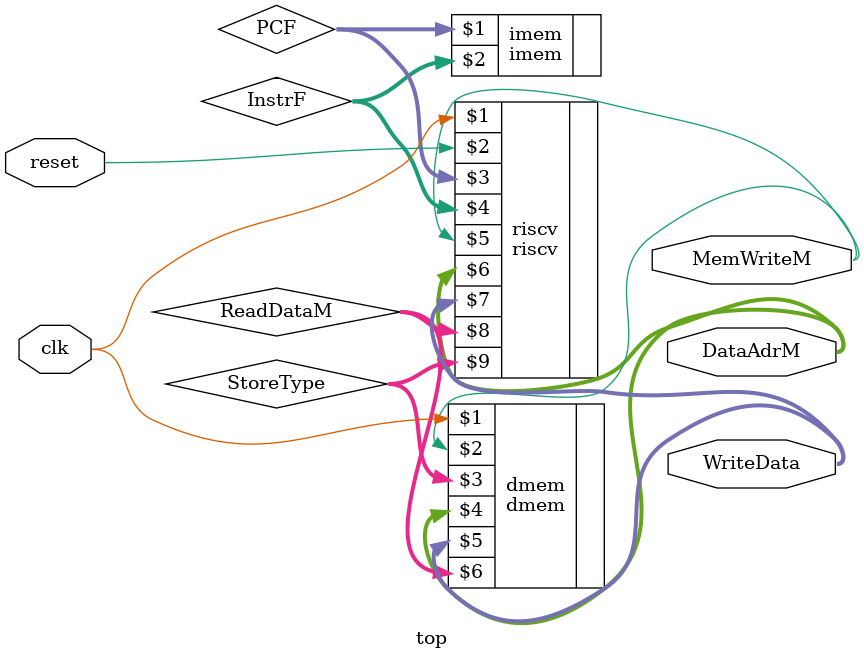
<source format=v>
module top(
    input clk, reset,
    output [31:0] WriteData, DataAdrM,
    output MemWriteM
);

    wire [31:0] PCF, InstrF, ReadDataM;
    wire [1:0] StoreType;

    // instantiate processor and memories
    riscv riscv(clk, reset, PCF, InstrF, MemWriteM, DataAdrM, WriteData, ReadDataM,StoreType);
    imem imem(PCF, InstrF);
    dmem dmem(clk, MemWriteM, StoreType, DataAdrM, WriteData, ReadDataM);

endmodule

</source>
